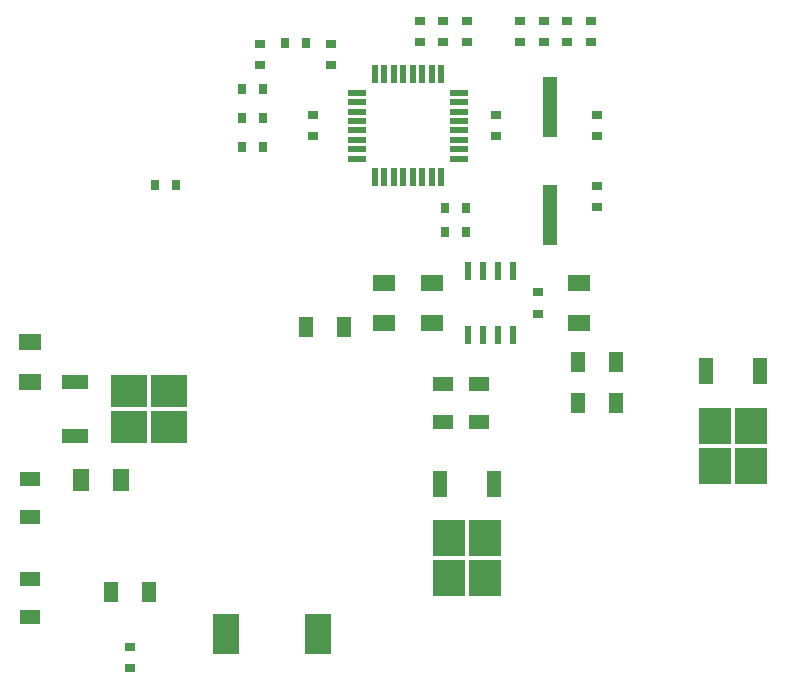
<source format=gbr>
%TF.GenerationSoftware,KiCad,Pcbnew,(5.1.0-rc1)*%
%TF.CreationDate,2020-07-29T19:39:05+03:00*%
%TF.ProjectId,home_pwm,686f6d65-5f70-4776-9d2e-6b696361645f,rev?*%
%TF.SameCoordinates,Original*%
%TF.FileFunction,Paste,Bot*%
%TF.FilePolarity,Positive*%
%FSLAX46Y46*%
G04 Gerber Fmt 4.6, Leading zero omitted, Abs format (unit mm)*
G04 Created by KiCad (PCBNEW (5.1.0-rc1)) date 2020-07-29 19:39:05*
%MOMM*%
%LPD*%
G04 APERTURE LIST*
%ADD10R,0.900000X0.800000*%
%ADD11R,0.800000X0.900000*%
%ADD12R,1.200000X1.700000*%
%ADD13R,1.700000X1.200000*%
%ADD14R,1.300000X5.100000*%
%ADD15R,0.600000X1.550000*%
%ADD16R,3.050000X2.750000*%
%ADD17R,2.200000X1.200000*%
%ADD18R,0.500000X1.500000*%
%ADD19R,1.500000X0.500000*%
%ADD20R,2.750000X3.050000*%
%ADD21R,1.200000X2.200000*%
%ADD22R,2.200000X3.400000*%
%ADD23R,1.900000X1.400000*%
%ADD24R,1.400000X1.900000*%
G04 APERTURE END LIST*
D10*
X111500000Y-82900000D03*
X111500000Y-81100000D03*
X109500000Y-82900000D03*
X109500000Y-81100000D03*
X115500000Y-81100000D03*
X115500000Y-82900000D03*
X113500000Y-81100000D03*
X113500000Y-82900000D03*
D11*
X80400000Y-95000000D03*
X78600000Y-95000000D03*
X87757506Y-86914719D03*
X85957506Y-86914719D03*
X87757506Y-89364719D03*
X85957506Y-89364719D03*
X87757506Y-91814719D03*
X85957506Y-91814719D03*
D12*
X114400000Y-113500000D03*
X117600000Y-113500000D03*
D13*
X103000000Y-111900000D03*
X103000000Y-115100000D03*
D14*
X112000000Y-88400000D03*
X112000000Y-97600000D03*
D15*
X105095000Y-102300000D03*
X106365000Y-102300000D03*
X107635000Y-102300000D03*
X108905000Y-102300000D03*
X108905000Y-107700000D03*
X107635000Y-107700000D03*
X106365000Y-107700000D03*
X105095000Y-107700000D03*
D16*
X76425000Y-112475000D03*
X79775000Y-115525000D03*
X76425000Y-115525000D03*
X79775000Y-112475000D03*
D17*
X71800000Y-111720000D03*
X71800000Y-116280000D03*
D18*
X99600000Y-85650000D03*
D19*
X95650000Y-90400000D03*
D18*
X100400000Y-94350000D03*
X102800000Y-85650000D03*
D19*
X95650000Y-87200000D03*
D18*
X97200000Y-94350000D03*
X98800000Y-85650000D03*
D19*
X95650000Y-91200000D03*
D18*
X101200000Y-94350000D03*
X100400000Y-85650000D03*
D19*
X95650000Y-89600000D03*
D18*
X99600000Y-94350000D03*
X98000000Y-85650000D03*
D19*
X95650000Y-92000000D03*
D18*
X102000000Y-94350000D03*
X101200000Y-85650000D03*
D19*
X95650000Y-88800000D03*
D18*
X98800000Y-94350000D03*
X102000000Y-85650000D03*
D19*
X95650000Y-88000000D03*
D18*
X98000000Y-94350000D03*
X97200000Y-85650000D03*
D19*
X95650000Y-92800000D03*
D18*
X102800000Y-94350000D03*
D19*
X104350000Y-92800000D03*
X104350000Y-92000000D03*
X104350000Y-91200000D03*
X104350000Y-90400000D03*
X104350000Y-89600000D03*
X104350000Y-88800000D03*
X104350000Y-88000000D03*
X104350000Y-87200000D03*
D11*
X89600000Y-83000000D03*
X91400000Y-83000000D03*
D10*
X87500000Y-84900000D03*
X87500000Y-83100000D03*
D12*
X114400000Y-110000000D03*
X117600000Y-110000000D03*
D13*
X106000000Y-111900000D03*
X106000000Y-115100000D03*
D12*
X94600000Y-107000000D03*
X91400000Y-107000000D03*
D11*
X103100000Y-97000000D03*
X104900000Y-97000000D03*
X103100000Y-99000000D03*
X104900000Y-99000000D03*
D13*
X68000000Y-123100000D03*
X68000000Y-119900000D03*
X68000000Y-131600000D03*
X68000000Y-128400000D03*
D12*
X78100000Y-129500000D03*
X74900000Y-129500000D03*
D10*
X101000000Y-82900000D03*
X101000000Y-81100000D03*
X103000000Y-82900000D03*
X103000000Y-81100000D03*
X76500000Y-135900000D03*
X76500000Y-134100000D03*
D20*
X129025000Y-115425000D03*
X125975000Y-118775000D03*
X125975000Y-115425000D03*
X129025000Y-118775000D03*
D21*
X129780000Y-110800000D03*
X125220000Y-110800000D03*
D20*
X106525000Y-124925000D03*
X103475000Y-128275000D03*
X103475000Y-124925000D03*
X106525000Y-128275000D03*
D21*
X107280000Y-120300000D03*
X102720000Y-120300000D03*
D22*
X92400000Y-133000000D03*
X84600000Y-133000000D03*
D10*
X93500000Y-84900000D03*
X93500000Y-83100000D03*
X111000000Y-104100000D03*
X111000000Y-105900000D03*
D23*
X102000000Y-103300000D03*
X102000000Y-106700000D03*
X114500000Y-103300000D03*
X114500000Y-106700000D03*
X98000000Y-103300000D03*
X98000000Y-106700000D03*
X68000000Y-108300000D03*
X68000000Y-111700000D03*
D24*
X75700000Y-120000000D03*
X72300000Y-120000000D03*
D10*
X107500000Y-89100000D03*
X107500000Y-90900000D03*
X92000000Y-89100000D03*
X92000000Y-90900000D03*
X116000000Y-95100000D03*
X116000000Y-96900000D03*
X116000000Y-90900000D03*
X116000000Y-89100000D03*
X105000000Y-81100000D03*
X105000000Y-82900000D03*
M02*

</source>
